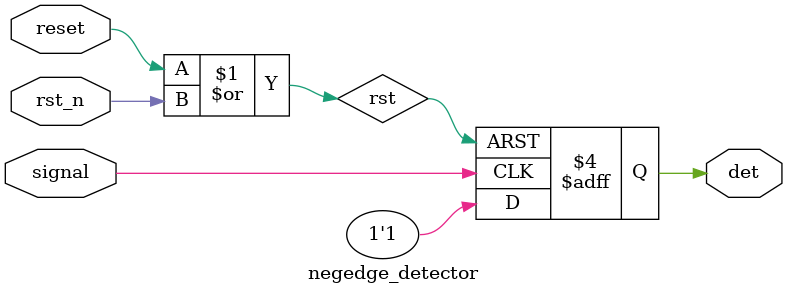
<source format=v>
module negedge_detector (input rst_n, signal, reset,
								 output reg det);
								 

wire rst;
or (rst, reset, rst_n);
								 
always @(posedge signal or posedge rst)

begin
	if (rst == 1)
		det<=0;
	else
		det<=1;

end 

endmodule 
</source>
